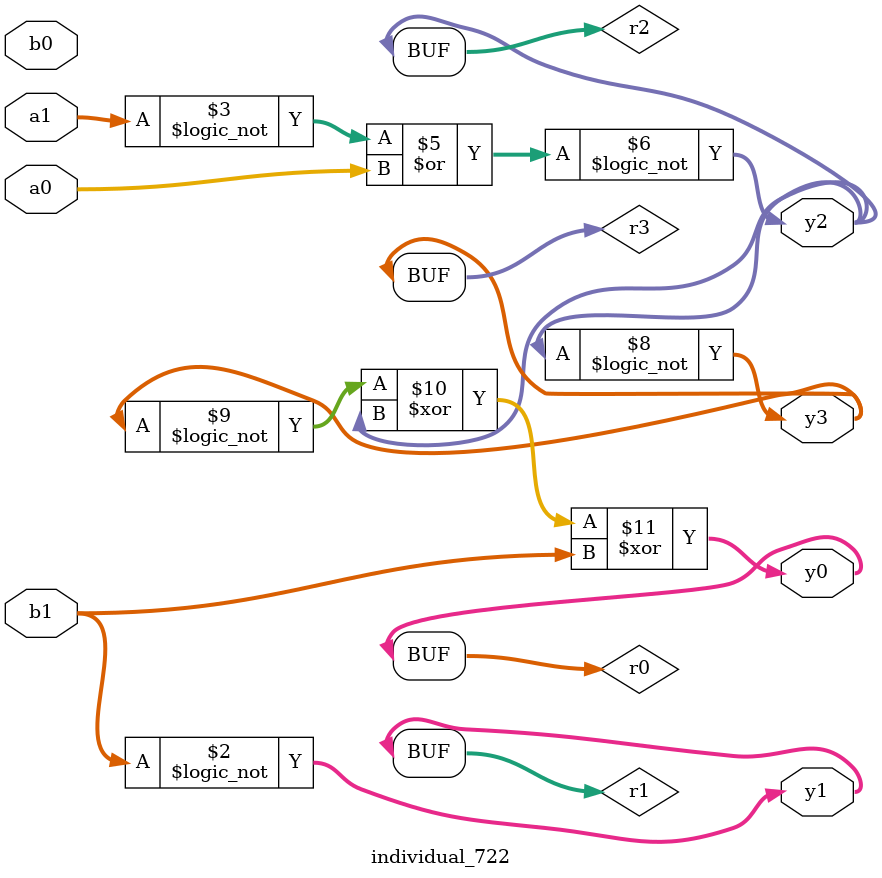
<source format=sv>
module individual_722(input logic [15:0] a1, input logic [15:0] a0, input logic [15:0] b1, input logic [15:0] b0, output logic [15:0] y3, output logic [15:0] y2, output logic [15:0] y1, output logic [15:0] y0);
logic [15:0] r0, r1, r2, r3; 
 always@(*) begin 
	 r0 = a0; r1 = a1; r2 = b0; r3 = b1; 
 	 r1 = ! r3 ;
 	 r2 = ! a1 ;
 	 r3  |=  a0 ;
 	 r2  |=  r0 ;
 	 r2 = ! r2 ;
 	 r0  ^=  r0 ;
 	 r3 = ! r2 ;
 	 r0 = ! r3 ;
 	 r0  ^=  r2 ;
 	 r0  ^=  b1 ;
 	 y3 = r3; y2 = r2; y1 = r1; y0 = r0; 
end
endmodule
</source>
